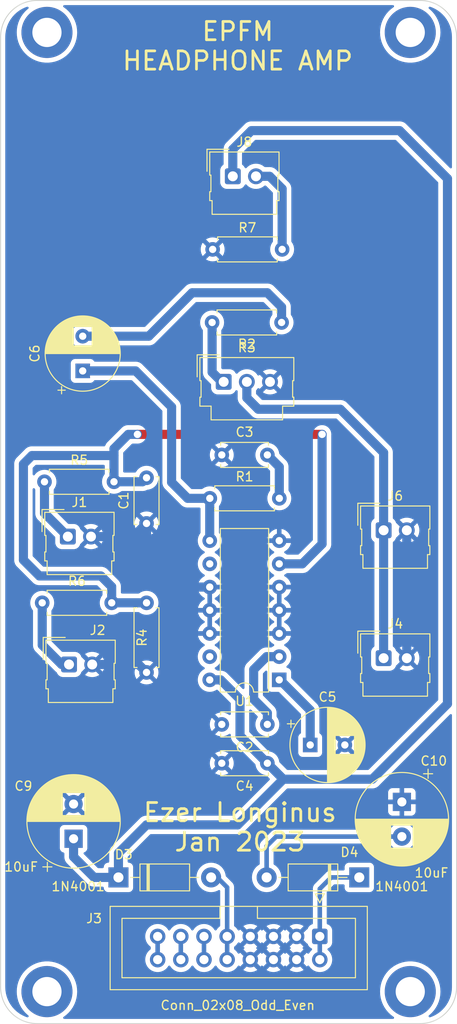
<source format=kicad_pcb>
(kicad_pcb (version 20211014) (generator pcbnew)
  (layers (0 "F.Cu" signal) (31 "B.Cu" signal) (34 "B.Paste" user) (35 "F.Paste" user) (36 "B.SilkS" user "B.Silkscreen") (37 "F.SilkS" user "F.Silkscreen") (38 "B.Mask" user) (39 "F.Mask" user) (44 "Edge.Cuts" user))
  (net 0 "")
  (net 1 "Earth")
  (net 2 "Net-(R5-Pad2)")
  (net 3 "Net-(C2-Pad1)")
  (net 4 "Net-(R1-Pad2)")
  (net 5 "+VDC")
  (net 6 "-VDC")
  (net 7 "Net-(J1-Pad1)")
  (net 8 "Net-(C5-Pad1)")
  (net 9 "Net-(J2-Pad1)")
  (net 10 "Net-(R2-Pad2)")
  (net 13 "+12V")
  (net 14 "-12V")
  (net 15 "+5V")
  (net 16 "CV")
  (net 17 "GATE")
  (net 18 "Net-(R1-Pad1)")
  (net 19 "Net-(R3-Pad2)")
  (net 20 "Net-(R2-Pad1)")
  (net 21 "Net-(J8-Pad2)")
  (footprint "MountingHole:MountingHole_3.2mm_M3_DIN965_Pad" (layer "F.Cu") (at 144.92 43.5)
    (fp_text reference "H2")
    (fp_text value "MountingHole")
    (pad "1" thru_hole circle (at 0 0) (size 5.6 5.6) (drill 3.2) (layers *.Cu *.Mask))
  )
  (footprint "Connector_Molex:Molex_SL_171971-0002_1x02_P2.54mm_Vertical" (layer "F.Cu") (at 107.5 112.69)
    (fp_text reference "J2" (at 3.14 -3.75) (layer "F.SilkS"))
    (fp_text value "INPUT 2")
    (pad "1" thru_hole roundrect (at 0 0) (size 1.74 1.74) (drill 1.09) (layers *.Cu *.Mask) (roundrect_rratio 0.143678) (net 9 "Net-(J2-Pad1)"))
    (pad "2" thru_hole circle (at 2.54 0) (size 1.74 1.74) (drill 1.09) (layers *.Cu *.Mask) (net 1 "Earth"))
  )
  (footprint "Resistor_THT:R_Axial_DIN0207_L6.3mm_D2.5mm_P7.62mm_Horizontal" (layer "F.Cu") (at 122.94 94.5)
    (fp_text reference "R1" (at 3.81 -2.37) (layer "F.SilkS"))
    (fp_text value "3.3")
    (pad "1" thru_hole circle (at 0 0) (size 1.6 1.6) (drill 0.8) (layers *.Cu *.Mask) (net 18 "Net-(R1-Pad1)"))
    (pad "2" thru_hole oval (at 7.62 0) (size 1.6 1.6) (drill 0.8) (layers *.Cu *.Mask) (net 4 "Net-(R1-Pad2)"))
  )
  (footprint "Capacitor_THT:C_Disc_D5.0mm_W2.5mm_P5.00mm" (layer "F.Cu") (at 116 97.25 90)
    (fp_text reference "C1" (at 2.5 -2.5 90) (layer "F.SilkS"))
    (fp_text value "100pF")
    (pad "1" thru_hole circle (at 0 0 90) (size 1.6 1.6) (drill 0.8) (layers *.Cu *.Mask) (net 1 "Earth"))
    (pad "2" thru_hole circle (at 5 0 90) (size 1.6 1.6) (drill 0.8) (layers *.Cu *.Mask) (net 2 "Net-(R5-Pad2)"))
  )
  (footprint "Capacitor_THT:C_Disc_D5.0mm_W2.5mm_P5.00mm" (layer "F.Cu") (at 129.25 123.5 180)
    (fp_text reference "C4" (at 2.5 -2.5) (layer "F.SilkS"))
    (fp_text value "100nF")
    (pad "1" thru_hole circle (at 0 0 180) (size 1.6 1.6) (drill 0.8) (layers *.Cu *.Mask) (net 5 "+VDC"))
    (pad "2" thru_hole circle (at 5 0 180) (size 1.6 1.6) (drill 0.8) (layers *.Cu *.Mask) (net 1 "Earth"))
  )
  (footprint "Capacitor_THT:CP_Radial_D10.0mm_P3.80mm" (layer "F.Cu") (at 144 127.732323 -90)
    (fp_text reference "C10" (at -4.482323 -3.5 180) (layer "F.SilkS"))
    (fp_text value "10uF" (at 7.767677 -3.25 180) (layer "F.SilkS"))
    (pad "1" thru_hole rect (at 0 0 270) (size 2 2) (drill 1) (layers *.Cu *.Mask) (net 1 "Earth"))
    (pad "2" thru_hole circle (at 3.8 0 270) (size 2 2) (drill 1) (layers *.Cu *.Mask) (net 6 "-VDC"))
  )
  (footprint "Connector_Molex:Molex_SL_171971-0002_1x02_P2.54mm_Vertical" (layer "F.Cu") (at 142 98)
    (fp_text reference "J6" (at 1.27 -3.75) (layer "F.SilkS"))
    (fp_text value "OUTPUT 1")
    (pad "1" thru_hole roundrect (at 0 0) (size 1.74 1.74) (drill 1.09) (layers *.Cu *.Mask) (roundrect_rratio 0.143678) (net 19 "Net-(R3-Pad2)"))
    (pad "2" thru_hole circle (at 2.54 0) (size 1.74 1.74) (drill 1.09) (layers *.Cu *.Mask) (net 1 "Earth"))
  )
  (footprint "Resistor_THT:R_Axial_DIN0207_L6.3mm_D2.5mm_P7.62mm_Horizontal" (layer "F.Cu") (at 104.56 105.94)
    (fp_text reference "R6" (at 3.81 -2.37) (layer "F.SilkS"))
    (fp_text value "470k")
    (pad "1" thru_hole circle (at 0 0) (size 1.6 1.6) (drill 0.8) (layers *.Cu *.Mask) (net 9 "Net-(J2-Pad1)"))
    (pad "2" thru_hole oval (at 7.62 0) (size 1.6 1.6) (drill 0.8) (layers *.Cu *.Mask) (net 2 "Net-(R5-Pad2)"))
  )
  (footprint "Capacitor_THT:C_Disc_D5.0mm_W2.5mm_P5.00mm" (layer "F.Cu") (at 129.25 119.25 180)
    (fp_text reference "C2" (at 2.5 -2.5) (layer "F.SilkS"))
    (fp_text value "10nF")
    (pad "1" thru_hole circle (at 0 0 180) (size 1.6 1.6) (drill 0.8) (layers *.Cu *.Mask) (net 3 "Net-(C2-Pad1)"))
    (pad "2" thru_hole circle (at 5 0 180) (size 1.6 1.6) (drill 0.8) (layers *.Cu *.Mask) (net 1 "Earth"))
  )
  (footprint "Resistor_THT:R_Axial_DIN0207_L6.3mm_D2.5mm_P7.62mm_Horizontal" (layer "F.Cu") (at 116 113.56 90)
    (fp_text reference "R4" (at 3.81 -0.5 90) (layer "F.SilkS"))
    (fp_text value "100k")
    (pad "1" thru_hole circle (at 0 0 90) (size 1.6 1.6) (drill 0.8) (layers *.Cu *.Mask) (net 1 "Earth"))
    (pad "2" thru_hole oval (at 7.62 0 90) (size 1.6 1.6) (drill 0.8) (layers *.Cu *.Mask) (net 2 "Net-(R5-Pad2)"))
  )
  (footprint "Package_DIP:DIP-14_W7.62mm" (layer "F.Cu") (at 130.55 114.375 180)
    (fp_text reference "U1" (at 3.81 -2.33) (layer "F.SilkS"))
    (fp_text value "LM380N")
    (pad "1" thru_hole rect (at 0 0 180) (size 1.6 1.6) (drill 0.8) (layers *.Cu *.Mask) (net 8 "Net-(C5-Pad1)"))
    (pad "2" thru_hole oval (at 0 2.54 180) (size 1.6 1.6) (drill 0.8) (layers *.Cu *.Mask) (net 3 "Net-(C2-Pad1)"))
    (pad "3" thru_hole oval (at 0 5.08 180) (size 1.6 1.6) (drill 0.8) (layers *.Cu *.Mask) (net 1 "Earth"))
    (pad "4" thru_hole oval (at 0 7.62 180) (size 1.6 1.6) (drill 0.8) (layers *.Cu *.Mask) (net 1 "Earth"))
    (pad "5" thru_hole oval (at 0 10.16 180) (size 1.6 1.6) (drill 0.8) (layers *.Cu *.Mask) (net 1 "Earth"))
    (pad "6" thru_hole oval (at 0 12.7 180) (size 1.6 1.6) (drill 0.8) (layers *.Cu *.Mask) (net 2 "Net-(R5-Pad2)"))
    (pad "7" thru_hole oval (at 0 15.24 180) (size 1.6 1.6) (drill 0.8) (layers *.Cu *.Mask) (net 1 "Earth"))
    (pad "8" thru_hole oval (at 7.62 15.24 180) (size 1.6 1.6) (drill 0.8) (layers *.Cu *.Mask) (net 18 "Net-(R1-Pad1)"))
    (pad "9" thru_hole oval (at 7.62 12.7 180) (size 1.6 1.6) (drill 0.8) (layers *.Cu *.Mask))
    (pad "10" thru_hole oval (at 7.62 10.16 180) (size 1.6 1.6) (drill 0.8) (layers *.Cu *.Mask) (net 1 "Earth"))
    (pad "11" thru_hole oval (at 7.62 7.62 180) (size 1.6 1.6) (drill 0.8) (layers *.Cu *.Mask) (net 1 "Earth"))
    (pad "12" thru_hole oval (at 7.62 5.08 180) (size 1.6 1.6) (drill 0.8) (layers *.Cu *.Mask) (net 1 "Earth"))
    (pad "13" thru_hole oval (at 7.62 2.54 180) (size 1.6 1.6) (drill 0.8) (layers *.Cu *.Mask))
    (pad "14" thru_hole oval (at 7.62 0 180) (size 1.6 1.6) (drill 0.8) (layers *.Cu *.Mask) (net 5 "+VDC"))
  )
  (footprint "Connector_Molex:Molex_SL_171971-0002_1x02_P2.54mm_Vertical" (layer "F.Cu") (at 142 112)
    (fp_text reference "J4" (at 1.27 -3.75) (layer "F.SilkS"))
    (fp_text value "OUTPUT 2")
    (pad "1" thru_hole roundrect (at 0 0) (size 1.74 1.74) (drill 1.09) (layers *.Cu *.Mask) (roundrect_rratio 0.143678) (net 19 "Net-(R3-Pad2)"))
    (pad "2" thru_hole circle (at 2.54 0) (size 1.74 1.74) (drill 1.09) (layers *.Cu *.Mask) (net 1 "Earth"))
  )
  (footprint "Capacitor_THT:CP_Radial_D10.0mm_P3.80mm" (layer "F.Cu") (at 108 131.767677 90)
    (fp_text reference "C9" (at 5.767677 -5.5 180) (layer "F.SilkS"))
    (fp_text value "10uF" (at -3.079646 -5.75 180) (layer "F.SilkS"))
    (pad "1" thru_hole rect (at 0 0 90) (size 2 2) (drill 1) (layers *.Cu *.Mask) (net 5 "+VDC"))
    (pad "2" thru_hole circle (at 3.8 0 90) (size 2 2) (drill 1) (layers *.Cu *.Mask) (net 1 "Earth"))
  )
  (footprint "Connector_Molex:Molex_SL_171971-0003_1x03_P2.54mm_Vertical" (layer "F.Cu") (at 124.46 81.75)
    (fp_text reference "R3" (at 2.54 -3.75) (layer "F.SilkS"))
    (fp_text value "VOL 250k")
    (pad "1" thru_hole roundrect (at 0 0) (size 1.74 1.74) (drill 1.09) (layers *.Cu *.Mask) (roundrect_rratio 0.143678) (net 10 "Net-(R2-Pad2)"))
    (pad "2" thru_hole circle (at 2.54 0) (size 1.74 1.74) (drill 1.09) (layers *.Cu *.Mask) (net 19 "Net-(R3-Pad2)"))
    (pad "3" thru_hole circle (at 5.08 0) (size 1.74 1.74) (drill 1.09) (layers *.Cu *.Mask) (net 1 "Earth"))
  )
  (footprint "Diode_THT:D_DO-41_SOD81_P10.16mm_Horizontal" (layer "F.Cu") (at 139.33 136 180)
    (fp_text reference "D4" (at 1.08 2.75) (layer "F.SilkS"))
    (fp_text value "1N4001" (at -4.67 -1) (layer "F.SilkS"))
    (pad "1" thru_hole rect (at 0 0 180) (size 2.2 2.2) (drill 1.1) (layers *.Cu *.Mask) (net 14 "-12V"))
    (pad "2" thru_hole oval (at 10.16 0 180) (size 2.2 2.2) (drill 1.1) (layers *.Cu *.Mask) (net 6 "-VDC"))
  )
  (footprint "Resistor_THT:R_Axial_DIN0207_L6.3mm_D2.5mm_P7.62mm_Horizontal" (layer "F.Cu") (at 123.25 67.25)
    (fp_text reference "R7" (at 3.81 -2.37) (layer "F.SilkS"))
    (fp_text value "1k")
    (pad "1" thru_hole circle (at 0 0) (size 1.6 1.6) (drill 0.8) (layers *.Cu *.Mask) (net 1 "Earth"))
    (pad "2" thru_hole oval (at 7.62 0) (size 1.6 1.6) (drill 0.8) (layers *.Cu *.Mask) (net 21 "Net-(J8-Pad2)"))
  )
  (footprint "Diode_THT:D_DO-41_SOD81_P10.16mm_Horizontal" (layer "F.Cu") (at 112.92 136)
    (fp_text reference "D3" (at 0.58 -2.5) (layer "F.SilkS"))
    (fp_text value "1N4001" (at -4.42 1) (layer "F.SilkS"))
    (pad "1" thru_hole rect (at 0 0) (size 2.2 2.2) (drill 1.1) (layers *.Cu *.Mask) (net 5 "+VDC"))
    (pad "2" thru_hole oval (at 10.16 0) (size 2.2 2.2) (drill 1.1) (layers *.Cu *.Mask) (net 13 "+12V"))
  )
  (footprint "Capacitor_THT:CP_Radial_D8.0mm_P3.80mm" (layer "F.Cu") (at 133.947349 121.5)
    (fp_text reference "C5" (at 1.9 -5.25) (layer "F.SilkS"))
    (fp_text value "10uF")
    (pad "1" thru_hole rect (at 0 0) (size 1.6 1.6) (drill 0.8) (layers *.Cu *.Mask) (net 8 "Net-(C5-Pad1)"))
    (pad "2" thru_hole circle (at 3.8 0) (size 1.6 1.6) (drill 0.8) (layers *.Cu *.Mask) (net 1 "Earth"))
  )
  (footprint "Connector_Molex:Molex_SL_171971-0002_1x02_P2.54mm_Vertical" (layer "F.Cu") (at 125.46 59.25)
    (fp_text reference "J8" (at 1.27 -3.75) (layer "F.SilkS"))
    (fp_text value "Power LED")
    (pad "1" thru_hole roundrect (at 0 0) (size 1.74 1.74) (drill 1.09) (layers *.Cu *.Mask) (roundrect_rratio 0.143678) (net 5 "+VDC"))
    (pad "2" thru_hole circle (at 2.54 0) (size 1.74 1.74) (drill 1.09) (layers *.Cu *.Mask) (net 21 "Net-(J8-Pad2)"))
  )
  (footprint "Capacitor_THT:CP_Radial_D8.0mm_P3.80mm" (layer "F.Cu") (at 109 80.552651 90)
    (fp_text reference "C6" (at 1.9 -5.25 90) (layer "F.SilkS"))
    (fp_text value "220uF")
    (pad "1" thru_hole rect (at 0 0 90) (size 1.6 1.6) (drill 0.8) (layers *.Cu *.Mask) (net 18 "Net-(R1-Pad1)"))
    (pad "2" thru_hole circle (at 3.8 0 90) (size 1.6 1.6) (drill 0.8) (layers *.Cu *.Mask) (net 20 "Net-(R2-Pad1)"))
  )
  (footprint "Capacitor_THT:C_Disc_D5.0mm_W2.5mm_P5.00mm" (layer "F.Cu") (at 124.25 89.75)
    (fp_text reference "C3" (at 2.5 -2.5) (layer "F.SilkS"))
    (fp_text value "100nF")
    (pad "1" thru_hole circle (at 0 0) (size 1.6 1.6) (drill 0.8) (layers *.Cu *.Mask) (net 1 "Earth"))
    (pad "2" thru_hole circle (at 5 0) (size 1.6 1.6) (drill 0.8) (layers *.Cu *.Mask) (net 4 "Net-(R1-Pad2)"))
  )
  (footprint "Connector_IDC:IDC-Header_2x08_P2.54mm_Vertical" (layer "F.Cu") (at 135 142.46 -90)
    (fp_text reference "J3" (at -1.96 24.75) (layer "F.SilkS"))
    (fp_text value "Conn_02x08_Odd_Even" (at 7.54 9 180) (layer "F.SilkS"))
    (pad "1" thru_hole roundrect (at 0 0 270) (size 1.7 1.7) (drill 1) (layers *.Cu *.Mask) (roundrect_rratio 0.1470588235) (net 14 "-12V"))
    (pad "2" thru_hole circle (at 2.54 0 270) (size 1.7 1.7) (drill 1) (layers *.Cu *.Mask) (net 14 "-12V"))
    (pad "3" thru_hole circle (at 0 2.54 270) (size 1.7 1.7) (drill 1) (layers *.Cu *.Mask) (net 1 "Earth"))
    (pad "4" thru_hole circle (at 2.54 2.54 270) (size 1.7 1.7) (drill 1) (layers *.Cu *.Mask) (net 1 "Earth"))
    (pad "5" thru_hole circle (at 0 5.08 270) (size 1.7 1.7) (drill 1) (layers *.Cu *.Mask) (net 1 "Earth"))
    (pad "6" thru_hole circle (at 2.54 5.08 270) (size 1.7 1.7) (drill 1) (layers *.Cu *.Mask) (net 1 "Earth"))
    (pad "7" thru_hole circle (at 0 7.62 270) (size 1.7 1.7) (drill 1) (layers *.Cu *.Mask) (net 1 "Earth"))
    (pad "8" thru_hole circle (at 2.54 7.62 270) (size 1.7 1.7) (drill 1) (layers *.Cu *.Mask) (net 1 "Earth"))
    (pad "9" thru_hole circle (at 0 10.16 270) (size 1.7 1.7) (drill 1) (layers *.Cu *.Mask) (net 13 "+12V"))
    (pad "10" thru_hole circle (at 2.54 10.16 270) (size 1.7 1.7) (drill 1) (layers *.Cu *.Mask) (net 13 "+12V"))
    (pad "11" thru_hole circle (at 0 12.7 270) (size 1.7 1.7) (drill 1) (layers *.Cu *.Mask) (net 15 "+5V"))
    (pad "12" thru_hole circle (at 2.54 12.7 270) (size 1.7 1.7) (drill 1) (layers *.Cu *.Mask) (net 15 "+5V"))
    (pad "13" thru_hole circle (at 0 15.24 270) (size 1.7 1.7) (drill 1) (layers *.Cu *.Mask) (net 16 "CV"))
    (pad "14" thru_hole circle (at 2.54 15.24 270) (size 1.7 1.7) (drill 1) (layers *.Cu *.Mask) (net 16 "CV"))
    (pad "15" thru_hole circle (at 0 17.78 270) (size 1.7 1.7) (drill 1) (layers *.Cu *.Mask) (net 17 "GATE"))
    (pad "16" thru_hole circle (at 2.54 17.78 270) (size 1.7 1.7) (drill 1) (layers *.Cu *.Mask) (net 17 "GATE"))
  )
  (footprint "Connector_Molex:Molex_SL_171971-0002_1x02_P2.54mm_Vertical" (layer "F.Cu") (at 107.37 98.69)
    (fp_text reference "J1" (at 1.27 -3.75) (layer "F.SilkS"))
    (fp_text value " INPUT 1")
    (pad "1" thru_hole roundrect (at 0 0) (size 1.74 1.74) (drill 1.09) (layers *.Cu *.Mask) (roundrect_rratio 0.143678) (net 7 "Net-(J1-Pad1)"))
    (pad "2" thru_hole circle (at 2.54 0) (size 1.74 1.74) (drill 1.09) (layers *.Cu *.Mask) (net 1 "Earth"))
  )
  (footprint "Resistor_THT:R_Axial_DIN0207_L6.3mm_D2.5mm_P7.62mm_Horizontal" (layer "F.Cu") (at 130.81 75.25 180)
    (fp_text reference "R2" (at 3.81 -2.37) (layer "F.SilkS"))
    (fp_text value "10")
    (pad "1" thru_hole circle (at 0 0 180) (size 1.6 1.6) (drill 0.8) (layers *.Cu *.Mask) (net 20 "Net-(R2-Pad1)"))
    (pad "2" thru_hole oval (at 7.62 0 180) (size 1.6 1.6) (drill 0.8) (layers *.Cu *.Mask) (net 10 "Net-(R2-Pad2)"))
  )
  (footprint "MountingHole:MountingHole_3.2mm_M3_DIN965_Pad" (layer "F.Cu") (at 144.92 148.5)
    (fp_text reference "H4")
    (fp_text value "MountingHole")
    (pad "1" thru_hole circle (at 0 0) (size 5.6 5.6) (drill 3.2) (layers *.Cu *.Mask))
  )
  (footprint "MountingHole:MountingHole_3.2mm_M3_DIN965_Pad" (layer "F.Cu") (at 105.08 43.5)
    (fp_text reference "H1")
    (fp_text value "MountingHole")
    (pad "1" thru_hole circle (at 0 0) (size 5.6 5.6) (drill 3.2) (layers *.Cu *.Mask))
  )
  (footprint "Resistor_THT:R_Axial_DIN0207_L6.3mm_D2.5mm_P7.62mm_Horizontal" (layer "F.Cu") (at 104.81 92.69)
    (fp_text reference "R5" (at 3.81 -2.37) (layer "F.SilkS"))
    (fp_text value "470k")
    (pad "1" thru_hole circle (at 0 0) (size 1.6 1.6) (drill 0.8) (layers *.Cu *.Mask) (net 7 "Net-(J1-Pad1)"))
    (pad "2" thru_hole oval (at 7.62 0) (size 1.6 1.6) (drill 0.8) (layers *.Cu *.Mask) (net 2 "Net-(R5-Pad2)"))
  )
  (footprint "MountingHole:MountingHole_3.2mm_M3_DIN965_Pad" (layer "F.Cu") (at 105.08 148.5)
    (fp_text reference "H3")
    (fp_text value "MountingHole")
    (pad "1" thru_hole circle (at 0 0) (size 5.6 5.6) (drill 3.2) (layers *.Cu *.Mask))
  )
  (gr_arc (start 150 148) (mid 148.828427 150.828427) (end 146 152) (layer "Edge.Cuts") (width 0.1))
  (gr_arc (start 100 44) (mid 101.171573 41.171573) (end 104 40) (layer "Edge.Cuts") (width 0.1))
  (gr_line (start 146 40) (end 104 40) (layer "Edge.Cuts") (width 0.1))
  (gr_line (start 104 152) (end 146 152) (layer "Edge.Cuts") (width 0.1))
  (gr_line (start 100 148) (end 100 44) (layer "Edge.Cuts") (width 0.1))
  (gr_arc (start 104 152) (mid 101.171573 150.828427) (end 100 148) (layer "Edge.Cuts") (width 0.1))
  (gr_arc (start 146 40) (mid 148.828427 41.171573) (end 150 44) (layer "Edge.Cuts") (width 0.1))
  (gr_line (start 150 44) (end 150 148) (layer "Edge.Cuts") (width 0.1))
  (gr_text "EPFM\nHEADPHONE AMP" (at 126 45) (layer "F.SilkS") (effects (font (size 2 2) (thickness 0.3))))
  (gr_text "Ezer Longinus\nJan 2023" (at 126.25 130.5) (layer "F.SilkS") (effects (font (size 2 2) (thickness 0.3))))
  (segment (start 110.04 112.69) (end 115.13 112.69) (width 1) (layer "B.Cu") (net 1))
  (segment (start 120.715 104.215) (end 116 99.5) (width 1) (layer "B.Cu") (net 1))
  (segment (start 116 99.5) (end 116 97.25) (width 1) (layer "B.Cu") (net 1))
  (segment (start 122.93 104.215) (end 120.715 104.215) (width 1) (layer "B.Cu") (net 1))
  (segment (start 115.13 112.69) (end 116 113.56) (width 1) (layer "B.Cu") (net 1))
  (segment (start 114.56 98.69) (end 116 97.25) (width 1) (layer "B.Cu") (net 1))
  (segment (start 144.54 98) (end 144.54 112) (width 1) (layer "B.Cu") (net 1))
  (segment (start 109.91 98.69) (end 114.56 98.69) (width 1) (layer "B.Cu") (net 1))
  (segment (start 135.25 87.5) (end 115 87.5) (width 1) (layer "F.Cu") (net 2))
  (via (at 135.25 87.5) (size 1) (drill 0.8) (layers "F.Cu" "B.Cu") (net 2))
  (via (at 115 87.5) (size 1) (drill 0.8) (layers "F.Cu" "B.Cu") (net 2))
  (segment (start 112.43 92.69) (end 115.56 92.69) (width 1) (layer "B.Cu") (net 2))
  (segment (start 111 103) (end 112.18 104.18) (width 1) (layer "B.Cu") (net 2))
  (segment (start 103.43 89.82) (end 102.5 90.75) (width 1) (layer "B.Cu") (net 2))
  (segment (start 112.18 104.18) (end 112.18 105.94) (width 1) (layer "B.Cu") (net 2))
  (segment (start 104.25 103) (end 111 103) (width 1) (layer "B.Cu") (net 2))
  (segment (start 112.43 89.82) (end 112.43 89.07) (width 1) (layer "B.Cu") (net 2))
  (segment (start 133.075 101.675) (end 135.25 99.5) (width 1) (layer "B.Cu") (net 2))
  (segment (start 116 105.94) (end 112.18 105.94) (width 1) (layer "B.Cu") (net 2))
  (segment (start 130.55 101.675) (end 133.075 101.675) (width 1) (layer "B.Cu") (net 2))
  (segment (start 102.5 101.25) (end 104.25 103) (width 1) (layer "B.Cu") (net 2))
  (segment (start 112.43 89.82) (end 103.43 89.82) (width 1) (layer "B.Cu") (net 2))
  (segment (start 135.25 99.5) (end 135.25 87.5) (width 1) (layer "B.Cu") (net 2))
  (segment (start 112.43 89.07) (end 114 87.5) (width 1) (layer "B.Cu") (net 2))
  (segment (start 112.43 92.69) (end 112.43 89.82) (width 1) (layer "B.Cu") (net 2))
  (segment (start 115.56 92.69) (end 116 92.25) (width 1) (layer "B.Cu") (net 2))
  (segment (start 114 87.5) (end 115 87.5) (width 1) (layer "B.Cu") (net 2))
  (segment (start 102.5 90.75) (end 102.5 101.25) (width 1) (layer "B.Cu") (net 2))
  (segment (start 130.55 111.835) (end 129.165 111.835) (width 1) (layer "B.Cu") (net 3))
  (segment (start 127.75 113.25) (end 127.75 116.5) (width 1) (layer "B.Cu") (net 3))
  (segment (start 127.75 116.5) (end 129.25 118) (width 1) (layer "B.Cu") (net 3))
  (segment (start 129.165 111.835) (end 127.75 113.25) (width 1) (layer "B.Cu") (net 3))
  (segment (start 129.25 118) (end 129.25 119.25) (width 1) (layer "B.Cu") (net 3))
  (segment (start 130.56 94.5) (end 130.56 91.06) (width 1) (layer "B.Cu") (net 4))
  (segment (start 130.56 91.06) (end 129.25 89.75) (width 1) (layer "B.Cu") (net 4))
  (segment (start 143.75 54.25) (end 149 59.5) (width 1) (layer "B.Cu") (net 5))
  (segment (start 108 131.767677) (end 108 133.75) (width 1) (layer "B.Cu") (net 5))
  (segment (start 131 125.25) (end 126 130.25) (width 1) (layer "B.Cu") (net 5))
  (segment (start 129.25 123.5) (end 126.25 120.5) (width 1) (layer "B.Cu") (net 5))
  (segment (start 131 125.25) (end 129.25 123.5) (width 1) (layer "B.Cu") (net 5))
  (segment (start 140.75 125.25) (end 131 125.25) (width 1) (layer "B.Cu") (net 5))
  (segment (start 124.125 114.375) (end 122.93 114.375) (width 1) (layer "B.Cu") (net 5))
  (segment (start 112.92 133.33) (end 112.92 136) (width 1) (layer "B.Cu") (net 5))
  (segment (start 126.25 116.5) (end 124.125 114.375) (width 1) (layer "B.Cu") (net 5))
  (segment (start 149 59.5) (end 149 117) (width 1) (layer "B.Cu") (net 5))
  (segment (start 125.46 56.29) (end 127.5 54.25) (width 1) (layer "B.Cu") (net 5))
  (segment (start 127.5 54.25) (end 143.75 54.25) (width 1) (layer "B.Cu") (net 5))
  (segment (start 125.46 59.25) (end 125.46 56.29) (width 1) (layer "B.Cu") (net 5))
  (segment (start 116 130.25) (end 112.92 133.33) (width 1) (layer "B.Cu") (net 5))
  (segment (start 110.25 136) (end 112.92 136) (width 1) (layer "B.Cu") (net 5))
  (segment (start 149 117) (end 140.75 125.25) (width 1) (layer "B.Cu") (net 5))
  (segment (start 126 130.25) (end 116 130.25) (width 1) (layer "B.Cu") (net 5))
  (segment (start 126.25 120.5) (end 126.25 116.5) (width 1) (layer "B.Cu") (net 5))
  (segment (start 108 133.75) (end 110.25 136) (width 1) (layer "B.Cu") (net 5))
  (segment (start 130.217677 131.532323) (end 129.17 132.58) (width 0.5) (layer "B.Cu") (net 6))
  (segment (start 129.17 136) (end 129.17 132.58) (width 0.5) (layer "B.Cu") (net 6))
  (segment (start 144 131.532323) (end 130.217677 131.532323) (width 0.5) (layer "B.Cu") (net 6))
  (segment (start 104.81 92.69) (end 104.81 96.13) (width 1) (layer "B.Cu") (net 7))
  (segment (start 104.81 96.13) (end 107.37 98.69) (width 1) (layer "B.Cu") (net 7))
  (segment (start 130.55 114.375) (end 130.625 114.375) (width 1) (layer "B.Cu") (net 8))
  (segment (start 133.947349 117.697349) (end 133.947349 121.5) (width 1) (layer "B.Cu") (net 8))
  (segment (start 130.625 114.375) (end 133.947349 117.697349) (width 1) (layer "B.Cu") (net 8))
  (segment (start 106.69 112.69) (end 104.56 110.56) (width 1) (layer "B.Cu") (net 9))
  (segment (start 107.5 112.69) (end 106.69 112.69) (width 1) (layer "B.Cu") (net 9))
  (segment (start 104.56 110.56) (end 104.56 105.94) (width 1) (layer "B.Cu") (net 9))
  (segment (start 124.46 81.75) (end 124.25 81.75) (width 1) (layer "B.Cu") (net 10))
  (segment (start 124.25 81.75) (end 123.19 80.69) (width 1) (layer "B.Cu") (net 10))
  (segment (start 123.19 80.69) (end 123.19 75.25) (width 1) (layer "B.Cu") (net 10))
  (segment (start 124.84 145) (end 124.84 142.46) (width 0.5) (layer "B.Cu") (net 13))
  (segment (start 124.84 137.09) (end 124.84 142.46) (width 0.5) (layer "B.Cu") (net 13))
  (segment (start 123.08 136) (end 123.75 136) (width 0.5) (layer "B.Cu") (net 13))
  (segment (start 123.75 136) (end 124.84 137.09) (width 0.5) (layer "B.Cu") (net 13))
  (segment (start 139.33 136) (end 136.25 136) (width 0.5) (layer "B.Cu") (net 14))
  (segment (start 136.25 136) (end 135 137.25) (width 0.5) (layer "B.Cu") (net 14))
  (segment (start 135 137.25) (end 135 142.46) (width 0.5) (layer "B.Cu") (net 14))
  (segment (start 135 145) (end 135 142.46) (width 0.5) (layer "B.Cu") (net 14))
  (segment (start 122.3 145) (end 122.3 142.46) (width 0.5) (layer "B.Cu") (net 15))
  (segment (start 119.76 145) (end 119.76 142.46) (width 0.5) (layer "B.Cu") (net 16))
  (segment (start 117.22 145) (end 117.22 142.46) (width 0.5) (layer "B.Cu") (net 17))
  (segment (start 120.5 94.5) (end 118.75 92.75) (width 1) (layer "B.Cu") (net 18))
  (segment (start 122.94 94.5) (end 120.5 94.5) (width 1) (layer "B.Cu") (net 18))
  (segment (start 118.75 84.5) (end 114.802651 80.552651) (width 1) (layer "B.Cu") (net 18))
  (segment (start 122.93 94.51) (end 122.94 94.5) (width 1) (layer "B.Cu") (net 18))
  (segment (start 118.75 92.75) (end 118.75 84.5) (width 1) (layer "B.Cu") (net 18))
  (segment (start 122.93 99.135) (end 122.93 94.51) (width 1) (layer "B.Cu") (net 18))
  (segment (start 114.802651 80.552651) (end 109 80.552651) (width 1) (layer "B.Cu") (net 18))
  (segment (start 128.25 84.75) (end 127 83.5) (width 1) (layer "B.Cu") (net 19))
  (segment (start 142 98) (end 142 89.5) (width 1) (layer "B.Cu") (net 19))
  (segment (start 142 98) (end 142 112) (width 1) (layer "B.Cu") (net 19))
  (segment (start 137.25 84.75) (end 128.25 84.75) (width 1) (layer "B.Cu") (net 19))
  (segment (start 142 89.5) (end 137.25 84.75) (width 1) (layer "B.Cu") (net 19))
  (segment (start 127 83.5) (end 127 81.75) (width 1) (layer "B.Cu") (net 19))
  (segment (start 129.25 72) (end 130.81 73.56) (width 1) (layer "B.Cu") (net 20))
  (segment (start 116.247349 76.752651) (end 121 72) (width 1) (layer "B.Cu") (net 20))
  (segment (start 121 72) (end 129.25 72) (width 1) (layer "B.Cu") (net 20))
  (segment (start 130.81 73.56) (end 130.81 75.25) (width 1) (layer "B.Cu") (net 20))
  (segment (start 109 76.752651) (end 116.247349 76.752651) (width 1) (layer "B.Cu") (net 20))
  (segment (start 129.5 59.25) (end 130.87 60.62) (width 1) (layer "B.Cu") (net 21))
  (segment (start 130.87 60.62) (end 130.87 67.25) (width 1) (layer "B.Cu") (net 21))
  (segment (start 128 59.25) (end 129.5 59.25) (width 1) (layer "B.Cu") (net 21))
  (zone (net 1) (net_name "Earth") (layer "B.Cu") (connect_pads (clearance 0.508)) (min_thickness 0.254) (fill yes (thermal_gap 0.508) (thermal_bridge_width 0.508))
    (polygon (pts (xy 150 152) (xy 100 152) (xy 100 40) (xy 150 40)))
  )
)
</source>
